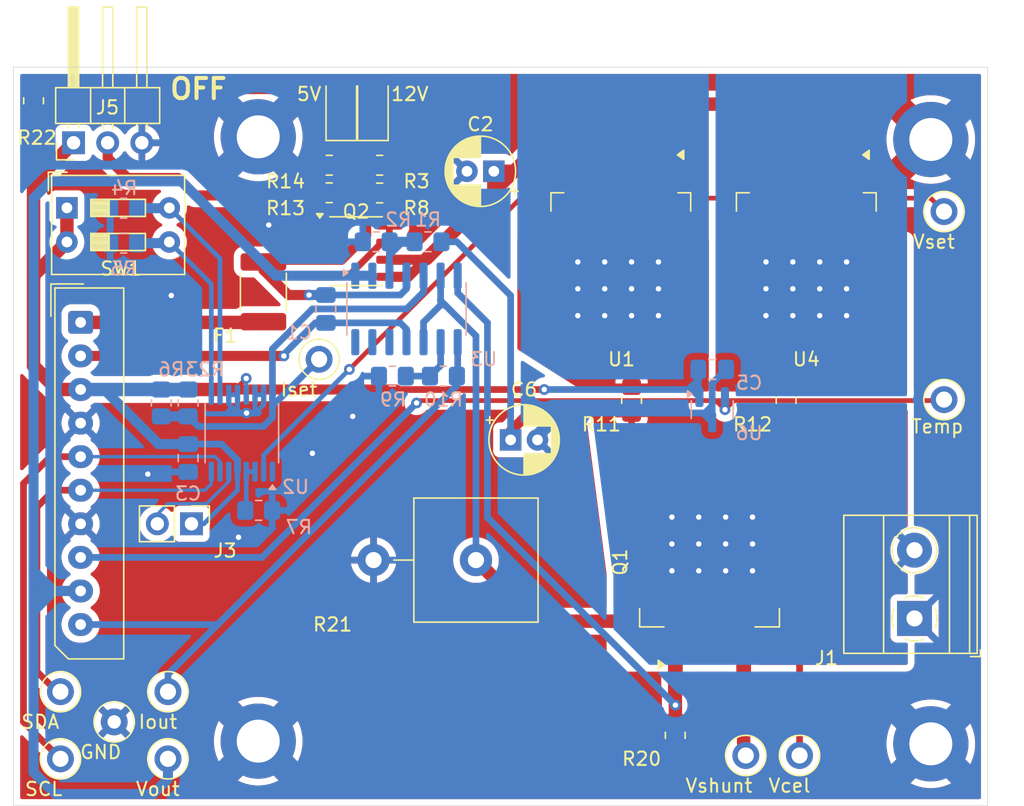
<source format=kicad_pcb>
(kicad_pcb (version 20241229) (generator "pcbnew") (generator_version "9.0")
  (layers (0 "F.Cu" signal) (2 "B.Cu" signal) (13 "F.Paste" user) (15 "B.Paste" user) (5 "F.SilkS" user "F.Silkscreen") (7 "B.SilkS" user "B.Silkscreen") (1 "F.Mask" user) (3 "B.Mask" user) (25 "Edge.Cuts" user))
  (net 0 "")
  (net 1 "-12V")
  (net 2 "+12V")
  (net 3 "GND")
  (net 4 "/VcontrolledOut")
  (net 5 "+5V")
  (net 6 "/vShunt")
  (net 7 "Net-(D1-A)")
  (net 8 "Net-(D2-A)")
  (net 9 "Net-(J2-Pin_1)")
  (net 10 "VoltageController")
  (net 11 "I2C_SDA")
  (net 12 "I2C_SCL")
  (net 13 "CurrentController")
  (net 14 "TempCell")
  (net 15 "Net-(Q1-G)")
  (net 16 "/A1")
  (net 17 "/A0")
  (net 18 "Net-(U2-B1)")
  (net 19 "Net-(U1-SET)")
  (net 20 "Net-(J3-Pin_2)")
  (net 24 "Net-(U2-A2)")
  (net 25 "Net-(R11-Pad1)")
  (net 26 "Net-(R12-Pad1)")
  (net 27 "Net-(Q2B-G)")
  (net 28 "Net-(Q2A-G)")
  (net 29 "Net-(U1-IN)")
  (net 30 "Net-(J5-Pin_2)")
  (net 31 "Net-(U3A-+)")
  (net 32 "Net-(U3C--)")
  (footprint "Package_TO_SOT_SMD:TO-263-5_TabPin3" (layer "F.Cu") (at 98 45.675 -90)
    (property "Reference" "U4")
    (property "Value" "LT3080xQ")
  )
  (footprint "Fuse:Fuse_1812_4532Metric_Pad1.30x3.40mm_HandSolder" (layer "F.Cu") (at 57.6 48.225 -90)
    (property "Reference" "F1")
    (property "Value" "1812L200/12DR")
  )
  (footprint "Capacitor_THT:CP_Radial_D5.0mm_P2.00mm" (layer "F.Cu") (at 75.999999 59.25)
    (property "Reference" "C6")
    (property "Value" "10u")
  )
  (footprint "Resistor_SMD:R_0805_2012Metric_Pad1.20x1.40mm_HandSolder" (layer "F.Cu") (at 62.5 40.85)
    (property "Reference" "R13")
    (property "Value" "1k")
  )
  (footprint "Capacitor_THT:CP_Radial_D5.0mm_P2.00mm" (layer "F.Cu") (at 74.75 39.25 180)
    (property "Reference" "C2")
    (property "Value" "1u")
  )
  (footprint "Resistor_SMD:R_0805_2012Metric_Pad1.20x1.40mm_HandSolder" (layer "F.Cu") (at 40.5 34 -90)
    (property "Reference" "R22")
    (property "Value" "120")
  )
  (footprint "MountingHole:MountingHole_3.2mm_M3_DIN965_Pad" (layer "F.Cu") (at 107.2678 81.8822)
    (property "Reference" "H8" (hide yes))
    (property "Value" "MountingHole_Pad")
  )
  (footprint "TestPoint:TestPoint_Loop_D2.50mm_Drill1.0mm" (layer "F.Cu") (at 97.5 82.75)
    (property "Reference" "Vcel")
    (property "Value" "TestPoint")
  )
  (footprint "TestPoint:TestPoint_Loop_D2.50mm_Drill1.0mm" (layer "F.Cu") (at 108.25 42.25)
    (property "Reference" "Vset")
    (property "Value" "TestPoint")
  )
  (footprint "TestPoint:TestPoint_Loop_D2.50mm_Drill1.0mm" (layer "F.Cu") (at 50.5 83)
    (property "Reference" "Vout")
    (property "Value" "TestPoint")
  )
  (footprint "Resistor_SMD:R_0805_2012Metric_Pad1.20x1.40mm_HandSolder" (layer "F.Cu") (at 88.25 81.25 -90)
    (property "Reference" "R20")
    (property "Value" "10k")
  )
  (footprint "MountingHole:MountingHole_3.2mm_M3_DIN965_Pad" (layer "F.Cu") (at 57.2178 36.6822)
    (property "Reference" "H5" (hide yes))
    (property "Value" "MountingHole_Pad")
  )
  (footprint "TestPoint:TestPoint_Loop_D2.50mm_Drill1.0mm" (layer "F.Cu") (at 46.5 80.25)
    (property "Reference" "GND")
    (property "Value" "TestPoint")
  )
  (footprint "TestPoint:TestPoint_Loop_D2.50mm_Drill1.0mm" (layer "F.Cu") (at 42.5 83)
    (property "Reference" "SCL")
    (property "Value" "TestPoint")
  )
  (footprint "Connector_PinHeader_2.54mm:PinHeader_1x02_P2.54mm_Vertical" (layer "F.Cu") (at 52.25 65.5 -90)
    (property "Reference" "J3")
    (property "Value" "Conn_01x02_Pin")
  )
  (footprint "Resistor_THT:R_Axial_Power_L25.0mm_W9.0mm_P7.62mm_Vertical" (layer "F.Cu") (at 73.42 68.2 180)
    (property "Reference" "R21")
    (property "Value" "0.5")
  )
  (footprint "Package_TO_SOT_SMD:TO-263-2" (layer "F.Cu") (at 90.8 68.35 90)
    (property "Reference" "Q1")
    (property "Value" "IRFS4115")
  )
  (footprint "TestPoint:TestPoint_Loop_D2.50mm_Drill1.0mm" (layer "F.Cu") (at 108.25 56.25)
    (property "Reference" "Temp")
    (property "Value" "TestPoint")
  )
  (footprint "Connector_Molex:Molex_SPOX_5267-10A_1x10_P2.50mm_Vertical" (layer "F.Cu") (at 44 50.5 -90)
    (property "Reference" "J2" (hide yes))
    (property "Value" "Conn_01x10_Pin")
  )
  (footprint "MountingHole:MountingHole_3.2mm_M3_DIN965_Pad" (layer "F.Cu") (at 57.2178 81.6822)
    (property "Reference" "H7" (hide yes))
    (property "Value" "MountingHole_Pad")
  )
  (footprint "TerminalBlock_Phoenix:TerminalBlock_Phoenix_MKDS-1,5-2-5.08_1x02_P5.08mm_Horizontal" (layer "F.Cu") (at 106.055 72.545 90)
    (property "Reference" "J1")
    (property "Value" "Screw_Terminal_01x02")
  )
  (footprint "TestPoint:TestPoint_Loop_D2.50mm_Drill1.0mm" (layer "F.Cu") (at 42.5 78)
    (property "Reference" "SDA")
    (property "Value" "TestPoint")
  )
  (footprint "LED_SMD:LED_1206_3216Metric_Pad1.42x1.75mm_HandSolder" (layer "F.Cu") (at 65.75 34.5 90)
    (property "Reference" "12V")
    (property "Value" "LED")
  )
  (footprint "TestPoint:TestPoint_Loop_D2.50mm_Drill1.0mm" (layer "F.Cu") (at 93.5 82.75)
    (property "Reference" "Vshunt")
    (property "Value" "TestPoint")
  )
  (footprint "Resistor_SMD:R_0805_2012Metric_Pad1.20x1.40mm_HandSolder" (layer "F.Cu") (at 66.25 38.8 180)
    (property "Reference" "R3")
    (property "Value" "390")
  )
  (footprint "TestPoint:TestPoint_Loop_D2.50mm_Drill1.0mm" (layer "F.Cu") (at 61.75 53.25)
    (property "Reference" "Iset")
    (property "Value" "TestPoint")
  )
  (footprint "Connector_PinHeader_2.54mm:PinHeader_1x03_P2.54mm_Horizontal" (layer "F.Cu") (at 43.475 37.125 90)
    (property "Reference" "J5")
    (property "Value" "Conn_01x03_Pin")
  )
  (footprint "Resistor_SMD:R_0805_2012Metric_Pad1.20x1.40mm_HandSolder" (layer "F.Cu") (at 62.5 38.8 180)
    (property "Reference" "R14")
    (property "Value" "10k")
  )
  (footprint "Package_TO_SOT_SMD:TO-263-5_TabPin3" (layer "F.Cu") (at 84.2 45.675 -90)
    (property "Reference" "U1")
    (property "Value" "LT3080xQ")
  )
  (footprint "LED_SMD:LED_1206_3216Metric_Pad1.42x1.75mm_HandSolder" (layer "F.Cu") (at 63.4 34.5 90)
    (property "Reference" "5V")
    (property "Value" "LED")
  )
  (footprint "Button_Switch_THT:SW_DIP_SPSTx02_Slide_9.78x7.26mm_W7.62mm_P2.54mm" (layer "F.Cu") (at 42.9825 41.975)
    (property "Reference" "SW1")
    (property "Value" "BSE02GR")
  )
  (footprint "Resistor_SMD:R_0805_2012Metric_Pad1.20x1.40mm_HandSolder" (layer "F.Cu") (at 85 56.3 -90)
    (property "Reference" "R11")
    (property "Value" "10m")
  )
  (footprint "MountingHole:MountingHole_3.2mm_M3_DIN965_Pad" (layer "F.Cu") (at 107.2678 36.8822)
    (property "Reference" "H6" (hide yes))
    (property "Value" "MountingHole_Pad")
  )
  (footprint "Package_SO:SOIC-8_3.9x4.9mm_P1.27mm" (layer "F.Cu") (at 64.5 45.2)
    (property "Reference" "Q2")
    (property "Value" "FDS4897C")
  )
  (footprint "TestPoint:TestPoint_Loop_D2.50mm_Drill1.0mm" (layer "F.Cu") (at 50.5 78)
    (property "Reference" "Iout")
    (property "Value" "TestPoint")
  )
  (footprint "Resistor_SMD:R_0805_2012Metric_Pad1.20x1.40mm_HandSolder" (layer "F.Cu") (at 66.25 40.865 180)
    (property "Reference" "R8")
    (property "Value" "10k")
  )
  (footprint "Resistor_SMD:R_0805_2012Metric_Pad1.20x1.40mm_HandSolder" (layer "F.Cu") (at 96.5 56.3 -90)
    (property "Reference" "R12")
    (property "Value" "10m")
  )
  (footprint "Resistor_SMD:R_0805_2012Metric_Pad1.20x1.40mm_HandSolder" (layer "B.Cu") (at 52 56.5 90)
    (property "Reference" "R23")
    (property "Value" "1M2")
  )
  (footprint "Resistor_SMD:R_0805_2012Metric_Pad1.20x1.40mm_HandSolder" (layer "B.Cu") (at 50 56.5 90)
    (property "Reference" "R6")
    (property "Value" "1M2")
  )
  (footprint "Package_SO:TSSOP-16_4.4x5mm_P0.65mm" (layer "B.Cu") (at 56 58.75 90)
    (property "Reference" "U2")
    (property "Value" "AD5282")
  )
  (footprint "Resistor_SMD:R_0805_2012Metric_Pad1.20x1.40mm_HandSolder" (layer "B.Cu") (at 66 44.5 180)
    (property "Reference" "R2")
    (property "Value" "2k7")
  )
  (footprint "Capacitor_SMD:C_0805_2012Metric_Pad1.18x1.45mm_HandSolder" (layer "B.Cu") (at 62.25 49.5 -90)
    (property "Reference" "C1")
    (property "Value" "100n")
  )
  (footprint "Capacitor_SMD:C_0805_2012Metric_Pad1.18x1.45mm_HandSolder" (layer "B.Cu") (at 91 54)
    (property "Reference" "C5")
    (property "Value" "100n")
  )
  (footprint "Capacitor_SMD:C_0805_2012Metric_Pad1.18x1.45mm_HandSolder" (layer "B.Cu") (at 52 60.6 -90)
    (property "Reference" "C3")
    (property "Value" "100n")
  )
  (footprint "Resistor_SMD:R_0805_2012Metric_Pad1.20x1.40mm_HandSolder" (layer "B.Cu") (at 69.85 44.5 180)
    (property "Reference" "R1")
    (property "Value" "1k2")
  )
  (footprint "Package_TO_SOT_SMD:SOT-23" (layer "B.Cu") (at 91 57 -90)
    (property "Reference" "U6")
    (property "Value" "MCP9700Ax-ETT")
  )
  (footprint "Resistor_SMD:R_0805_2012Metric_Pad1.20x1.40mm_HandSolder" (layer "B.Cu") (at 71 54.5)
    (property "Reference" "R10")
    (property "Value" "2k2")
  )
  (footprint "Resistor_SMD:R_0805_2012Metric_Pad1.20x1.40mm_HandSolder" (layer "B.Cu") (at 47.2 42)
    (property "Reference" "R4")
    (property "Value" "1k")
  )
  (footprint "Package_SO:SO-14_3.9x8.65mm_P1.27mm" (layer "B.Cu") (at 68.25 49.5 -90)
    (property "Reference" "U3")
    (property "Value" "TL084")
  )
  (footprint "Resistor_SMD:R_0805_2012Metric_Pad1.20x1.40mm_HandSolder" (layer "B.Cu") (at 67.2 54.5 180)
    (property "Reference" "R9")
    (property "Value" "1k")
  )
  (footprint "Resistor_SMD:R_0805_2012Metric_Pad1.20x1.40mm_HandSolder" (layer "B.Cu") (at 57.25 64.5 180)
    (property "Reference" "R7")
    (property "Value" "39k")
  )
  (footprint "Resistor_SMD:R_0805_2012Metric_Pad1.20x1.40mm_HandSolder" (layer "B.Cu") (at 47.2 44.6)
    (property "Reference" "R5")
    (property "Value" "1k")
  )
  (gr_rect (start 39 31.5) (end 111.5 86.5) (stroke (width 0.05)) (fill no) (layer "Edge.Cuts"))
  (gr_text "OFF" (at 50.5 34 0) (layer "F.SilkS") (effects (font (size 1.5 1.5) (thickness 0.3) (bold yes)) (justify left bottom)))
  (segment (start 59.125 53) (end 44 53) (width 0.75) (layer "F.Cu") (net 1))
  (via (at 59.125 53) (size 0.8) (drill 0.4) (layers "F.Cu" "B.Cu") (net 1))
  (segment (start 62.25 50.5375) (end 61.4625 50.5375) (width 0.5) (layer "B.Cu") (net 1))
  (segment (start 59.125 53) (end 59.125 52.875) (width 0.5) (layer "B.Cu") (net 1))
  (segment (start 68.25 51.000001) (end 68.25 51.975) (width 0.5) (layer "B.Cu") (net 1))
  (segment (start 62.25 50.5375) (end 67.787499 50.5375) (width 0.5) (layer "B.Cu") (net 1))
  (segment (start 59.125 52.875) (end 61.4625 50.5375) (width 0.5) (layer "B.Cu") (net 1))
  (segment (start 67.787499 50.5375) (end 68.25 51.000001) (width 0.5) (layer "B.Cu") (net 1))
  (segment (start 62.025 45.835) (end 63.415 45.835) (width 0.75) (layer "F.Cu") (net 2))
  (segment (start 57.6 46.6) (end 57.6 46) (width 0.75) (layer "F.Cu") (net 2))
  (segment (start 62.025 45.835) (end 57.765 45.835) (width 0.75) (layer "F.Cu") (net 2))
  (segment (start 63.415 45.835) (end 65.25 44) (width 0.75) (layer "F.Cu") (net 2))
  (segment (start 65.25 44) (end 65.25 41.065) (width 0.75) (layer "F.Cu") (net 2))
  (segment (start 65.25 41.065) (end 65.25 39) (width 0.75) (layer "F.Cu") (net 2))
  (segment (start 59.4625 48.4625) (end 57.6 46.6) (width 0.75) (layer "F.Cu") (net 2))
  (segment (start 61 48.4625) (end 59.4625 48.4625) (width 0.75) (layer "F.Cu") (net 2))
  (segment (start 57.765 45.835) (end 57.6 46) (width 0.75) (layer "F.Cu") (net 2))
  (via (at 61 48.4625) (size 0.8) (drill 0.4) (layers "F.Cu" "B.Cu") (net 2))
  (segment (start 67.787499 48.4625) (end 68.25 47.999999) (width 0.5) (layer "B.Cu") (net 2))
  (segment (start 68.25 47.999999) (end 68.25 47.025) (width 0.5) (layer "B.Cu") (net 2))
  (segment (start 61 48.4625) (end 62.25 48.4625) (width 0.75) (layer "B.Cu") (net 2))
  (segment (start 62.25 48.4625) (end 67.787499 48.4625) (width 0.5) (layer "B.Cu") (net 2))
  (via (at 49 61.8) (size 0.8) (drill 0.4) (layers "F.Cu" "B.Cu") (net 3))
  (via (at 55.75 66.5) (size 0.8) (drill 0.4) (layers "F.Cu" "B.Cu") (net 3))
  (via (at 50.75 48.5) (size 0.8) (drill 0.4) (layers "F.Cu" "B.Cu") (net 3))
  (via (at 58 43.25) (size 0.8) (drill 0.4) (layers "F.Cu" "B.Cu") (net 3))
  (via (at 64.25 57.5) (size 0.8) (drill 0.4) (layers "F.Cu" "B.Cu") (net 3))
  (via (at 61.25 60.25) (size 0.8) (drill 0.4) (layers "F.Cu" "B.Cu") (net 3))
  (via (at 56.35 57.25) (size 0.8) (drill 0.4) (layers "F.Cu" "B.Cu") (net 3))
  (segment (start 55.025 56.575001) (end 55.025 55.8875) (width 0.35) (layer "B.Cu") (net 3))
  (segment (start 56.975 55.8875) (end 57.625 55.8875) (width 0.35) (layer "B.Cu") (net 3))
  (segment (start 56.975 57.225) (end 57 57.25) (width 0.35) (layer "B.Cu") (net 3))
  (segment (start 55.675 55.8875) (end 55.025 55.8875) (width 0.35) (layer "B.Cu") (net 3))
  (segment (start 91 55.0375) (end 91 56.5) (width 0.5) (layer "B.Cu") (net 3))
  (segment (start 78 58.6) (end 78 59.25) (width 0.5) (layer "B.Cu") (net 3))
  (segment (start 55.675 57.225001) (end 55.025 56.575001) (width 0.35) (layer "B.Cu") (net 3))
  (segment (start 92.0375 54) (end 91 55.0375) (width 0.5) (layer "B.Cu") (net 3))
  (segment (start 56.35 57.25) (end 55.699999 57.25) (width 0.5) (layer "B.Cu") (net 3))
  (segment (start 55.699999 57.25) (end 55.675 57.225001) (width 0.35) (layer "B.Cu") (net 3))
  (segment (start 55.675 57.225001) (end 55.675 55.8875) (width 0.35) (layer "B.Cu") (net 3))
  (segment (start 90 57.25) (end 79.35 57.25) (width 0.5) (layer "B.Cu") (net 3))
  (segment (start 91 56.5) (end 91 57.9375) (width 0.5) (layer "B.Cu") (net 3))
  (segment (start 90.3125 57.25) (end 90 57.25) (width 0.5) (layer "B.Cu") (net 3))
  (segment (start 57 57.25) (end 57.625 56.625) (width 0.35) (layer "B.Cu") (net 3))
  (segment (start 90.452684 57.25) (end 90 57.25) (width 0.5) (layer "B.Cu") (net 3))
  (segment (start 91 56.702684) (end 90.452684 57.25) (width 0.5) (layer "B.Cu") (net 3))
  (segment (start 56.975 55.8875) (end 56.975 57.225) (width 0.35) (layer "B.Cu") (net 3))
  (segment (start 91 56.5) (end 91 56.702684) (width 0.5) (layer "B.Cu") (net 3))
  (segment (start 79.35 57.25) (end 78 58.6) (width 0.5) (layer "B.Cu") (net 3))
  (segment (start 56.35 57.25) (end 57 57.25) (width 0.5) (layer "B.Cu") (net 3))
  (segment (start 57.625 56.625) (end 57.625 55.8875) (width 0.35) (layer "B.Cu") (net 3))
  (segment (start 91 57.9375) (end 90.3125 57.25) (width 0.5) (layer "B.Cu") (net 3))
  (segment (start 77.4 57.2) (end 75.999999 58.600001) (width 0.75) (layer "F.Cu") (net 4))
  (segment (start 97.5 73.2) (end 93.575 69.275) (width 0.5) (layer "F.Cu") (net 4))
  (segment (start 97.5 82.75) (end 97.5 73.2) (width 0.5) (layer "F.Cu") (net 4))
  (segment (start 85 57.2) (end 77.4 57.2) (width 0.75) (layer "F.Cu") (net 4))
  (segment (start 75.999999 58.600001) (end 75.999999 59.25) (width 0.75) (layer "F.Cu") (net 4))
  (via (at 92 65) (size 0.8) (drill 0.4) (layers "F.Cu" "B.Cu") (net 4))
  (via (at 90 67) (size 0.8) (drill 0.4) (layers "F.Cu" "B.Cu") (net 4))
  (via (at 94 65) (size 0.8) (drill 0.4) (layers "F.Cu" "B.Cu") (net 4))
  (via (at 90 69) (size 0.8) (drill 0.4) (layers "F.Cu" "B.Cu") (net 4))
  (via (at 90 65) (size 0.8) (drill 0.4) (layers "F.Cu" "B.Cu") (net 4))
  (via (at 88 67) (size 0.8) (drill 0.4) (layers "F.Cu" "B.Cu") (net 4))
  (via (at 94 69) (size 0.8) (drill 0.4) (layers "F.Cu" "B.Cu") (net 4))
  (via (at 92 67) (size 0.8) (drill 0.4) (layers "F.Cu" "B.Cu") (net 4))
  (via (at 88 69) (size 0.8) (drill 0.4) (layers "F.Cu" "B.Cu") (net 4))
  (via (at 88 65) (size 0.8) (drill 0.4) (layers "F.Cu" "B.Cu") (net 4))
  (via (at 92 69) (size 0.8) (drill 0.4) (layers "F.Cu" "B.Cu") (net 4))
  (via (at 94 67) (size 0.8) (drill 0.4) (layers "F.Cu" "B.Cu") (net 4))
  (segment (start 72 44.5) (end 70.85 44.5) (width 0.5) (layer "B.Cu") (net 4))
  (segment (start 75.999999 48.499999) (end 75.75 48.25) (width 0.5) (layer "B.Cu") (net 4))
  (segment (start 75.75 48.25) (end 72 44.5) (width 0.5) (layer "B.Cu") (net 4))
  (segment (start 75.999999 59.25) (end 75.999999 48.499999) (width 0.5) (layer "B.Cu") (net 4))
  (segment (start 40.5 53.75) (end 40.5 47.25) (width 1) (layer "F.Cu") (net 5))
  (segment (start 44 55.5) (end 54.25 55.5) (width 1) (layer "F.Cu") (net 5))
  (segment (start 43.475 37.125) (end 40.5 40.1) (width 1) (layer "F.Cu") (net 5))
  (segment (start 67.5 55.5) (end 77.25 55.5) (width 0.5) (layer "F.Cu") (net 5))
  (segment (start 40.5 47.25) (end 40.5 41) (width 1) (layer "F.Cu") (net 5))
  (segment (start 43.475 37.125) (end 43.475 36.525) (width 0.25) (layer "F.Cu") (net 5))
  (segment (start 40.5 41) (end 40.5 35) (width 1) (layer "F.Cu") (net 5))
  (segment (start 42.9825 41.975) (end 42.9825 44.515) (width 1) (layer "F.Cu") (net 5))
  (segment (start 54.25 55.5) (end 55.5 55.5) (width 1) (layer "F.Cu") (net 5))
  (segment (start 56.325 54.675) (end 55.5 55.5) (width 0.35) (layer "F.Cu") (net 5))
  (segment (start 40.5 40.1) (end 40.5 41) (width 0.5) (layer "F.Cu") (net 5))
  (segment (start 40.5 46.9975) (end 40.5 47.25) (width 0.5) (layer "F.Cu") (net 5))
  (segment (start 42.25 55.5) (end 40.5 53.75) (width 1) (layer "F.Cu") (net 5))
  (segment (start 77.25 55.5) (end 78.5 55.5) (width 0.5) (layer "F.Cu") (net 5))
  (segment (start 44 55.5) (end 42.25 55.5) (width 1) (layer "F.Cu") (net 5))
  (segment (start 42.9825 44.515) (end 40.5 46.9975) (width 1) (layer "F.Cu") (net 5))
  (segment (start 55.5 55.5) (end 67.5 55.5) (width 0.75) (layer "F.Cu") (net 5))
  (via (at 78.5 55.5) (size 0.8) (drill 0.4) (layers "F.Cu" "B.Cu") (net 5))
  (via (at 56.325 54.675) (size 0.8) (drill 0.4) (layers "F.Cu" "B.Cu") (net 5))
  (segment (start 89.9625 54.775) (end 89.9625 54) (width 0.5) (layer "B.Cu") (net 5))
  (segment (start 90.05 56.0625) (end 89.3625 55.375) (width 0.5) (layer "B.Cu") (net 5))
  (segment (start 49.8125 59.5625) (end 52 59.5625) (width 0.75) (layer "B.Cu") (net 5))
  (segment (start 55.675 61.6125) (end 55.675 63) (width 0.35) (layer "B.Cu") (net 5))
  (segment (start 54.493088 59.5625) (end 55.675 60.744412) (width 0.5) (layer "B.Cu") (net 5))
  (segment (start 89.9625 54) (end 89.9625 55.975) (width 0.5) (layer "B.Cu") (net 5))
  (segment (start 52 59.5625) (end 54.493088 59.5625) (width 0.5) (layer "B.Cu") (net 5))
  (segment (start 45.75 55.5) (end 49.8125 59.5625) (width 0.75) (layer "B.Cu") (net 5))
  (segment (start 44 55.5) (end 45.75 55.5) (width 1) (layer "B.Cu") (net 5))
  (segment (start 53.175 65.5) (end 52.25 65.5) (width 0.35) (layer "B.Cu") (net 5))
  (segment (start 89.2375 55.5) (end 89.3625 55.375) (width 0.5) (layer "B.Cu") (net 5))
  (segment (start 55.675 63) (end 53.175 65.5) (width 0.35) (layer "B.Cu") (net 5))
  (segment (start 45.75 55.5) (end 52 55.5) (width 1) (layer "B.Cu") (net 5))
  (segment (start 89.9625 55.975) (end 90.05 56.0625) (width 0.5) (layer "B.Cu") (net 5))
  (segment (start 89.3625 55.375) (end 89.9625 54.775) (width 0.5) (layer "B.Cu") (net 5))
  (segment (start 55.675 61.6125) (end 55.675 60.744412) (width 0.5) (layer "B.Cu") (net 5))
  (segment (start 78.5 55.5) (end 89.2375 55.5) (width 0.5) (layer "B.Cu") (net 5))
  (segment (start 56.325 55.8875) (end 56.325 54.675) (width 0.25) (layer "B.Cu") (net 5))
  (segment (start 80.91 72.75) (end 83.5 72.75) (width 1) (layer "F.Cu") (net 6))
  (segment (start 93.34 76) (end 93.34 81.84) (width 1) (layer "F.Cu") (net 6))
  (segment (start 83.5 72.75) (end 92.5 72.75) (width 1) (layer "F.Cu") (net 6))
  (segment (start 77.97 72.75) (end 73.42 68.2) (width 1) (layer "F.Cu") (net 6))
  (segment (start 92.5 72.75) (end 93.34 73.59) (width 1) (layer "F.Cu") (net 6))
  (segment (start 80.91 72.75) (end 77.97 72.75) (width 1) (layer "F.Cu") (net 6))
  (segment (start 93.34 73.59) (end 93.34 76) (width 1) (layer "F.Cu") (net 6))
  (segment (start 70.79 49.21) (end 71.122684 49.21) (width 0.5) (layer "B.Cu") (net 6))
  (segment (start 70.79 49.21) (end 70.79 48.8) (width 0.5) (layer "B.Cu") (net 6))
  (segment (start 70.79 48.8) (end 70.79 47.025) (width 0.5) (layer "B.Cu") (net 6))
  (segment (start 71.122684 49.21) (end 73.356342 51.443658) (width 0.5) (layer "B.Cu") (net 6))
  (segment (start 69.52 50.48) (end 70.79 49.21) (width 0.5) (layer "B.Cu") (net 6))
  (segment (start 73.42 68.2) (end 73.42 51.507316) (width 0.5) (layer "B.Cu") (net 6))
  (segment (start 70.79 48.8) (end 70.79 48.877316) (width 0.5) (layer "B.Cu") (net 6))
  (segment (start 73.42 51.507316) (end 73.356342 51.443658) (width 0.5) (layer "B.Cu") (net 6))
  (segment (start 70.79 48.877316) (end 71.122684 49.21) (width 0.5) (layer "B.Cu") (net 6))
  (segment (start 69.52 51.975) (end 69.52 50.48) (width 0.5) (layer "B.Cu") (net 6))
  (segment (start 67.325 34.5875) (end 67.325 35.0875) (width 0.75) (layer "F.Cu") (net 7))
  (segment (start 65.75 33.0125) (end 67.325 34.5875) (width 0.75) (layer "F.Cu") (net 7))
  (segment (start 67.25 39) (end 67.325 38.925) (width 0.75) (layer "F.Cu") (net 7))
  (segment (start 67.325 38.925) (end 67.325 35.0875) (width 0.75) (layer "F.Cu") (net 7))
  (segment (start 63.3875 33) (end 63.4 33.0125) (width 1) (layer "F.Cu") (net 8))
  (segment (start 40.5 33) (end 63.3875 33) (width 1) (layer "F.Cu") (net 8))
  (segment (start 57.55 50.5) (end 57.6 50.45) (width 1) (layer "F.Cu") (net 9))
  (segment (start 44 50.5) (end 57.55 50.5) (width 1) (layer "F.Cu") (net 9))
  (segment (start 51.5 40) (end 41.75 40) (width 0.75) (layer "B.Cu") (net 10))
  (segment (start 40.5 72) (end 40.5 72.5) (width 0.75) (layer "B.Cu") (net 10))
  (segment (start 42 70.5) (end 44 70.5) (width 0.75) (layer "B.Cu") (net 10))
  (segment (start 50.5 83) (end 50.5 84.5) (width 0.75) (layer "B.Cu") (net 10))
  (segment (start 44 70.5) (end 41.75 70.5) (width 0.75) (layer "B.Cu") (net 10))
  (segment (start 40.5 72.5) (end 40.5 71.75) (width 0.75) (layer "B.Cu") (net 10))
  (segment (start 41.75 40) (end 40.5 41.25) (width 0.75) (layer "B.Cu") (net 10))
  (segment (start 42.125 85.625) (end 40.5 84) (width 0.75) (layer "B.Cu") (net 10))
  (segment (start 49.375 85.625) (end 42.125 85.625) (width 0.75) (layer "B.Cu") (net 10))
  (segment (start 41.25 71) (end 40.5 71.75) (width 0.75) (layer "B.Cu") (net 10))
  (segment (start 64.44 47.025) (end 58.525 47.025) (width 0.75) (layer "B.Cu") (net 10))
  (segment (start 41.25 69.75) (end 41.25 71) (width 0.75) (layer "B.Cu") (net 10))
  (segment (start 58.525 47.025) (end 51.5 40) (width 0.75) (layer "B.Cu") (net 10))
  (segment (start 40.5 41.25) (end 40.5 69) (width 0.75) (layer "B.Cu") (net 10))
  (segment (start 41.75 70.5) (end 41.25 71) (width 0.75) (layer "B.Cu") (net 10))
  (segment (start 65.71 47.025) (end 64.44 47.025) (width 0.75) (layer "B.Cu") (net 10))
  (segment (start 50.5 84.5) (end 49.375 85.625) (width 0.75) (layer "B.Cu") (net 10))
  (segment (start 40.5 71.75) (end 40.5 69) (width 0.75) (layer "B.Cu") (net 10))
  (segment (start 40.5 69) (end 41.25 69.75) (width 0.75) (layer "B.Cu") (net 10))
  (segment (start 42 70.5) (end 40.5 72) (width 0.75) (layer "B.Cu") (net 10))
  (segment (start 40.5 84) (end 40.5 72.5) (width 0.75) (layer "B.Cu") (net 10))
  (segment (start 41.25 69.75) (end 42 70.5) (width 0.75) (layer "B.Cu") (net 10))
  (segment (start 43.25 78) (end 42.25 78) (width 0.5) (layer "F.Cu") (net 11))
  (segment (start 42 63) (end 44 63) (width 0.5) (layer "F.Cu") (net 11))
  (segment (start 42.25 78) (end 40.75 76.5) (width 0.5) (layer "F.Cu") (net 11))
  (segment (start 40.75 64.25) (end 42 63) (width 0.5) (layer "F.Cu") (net 11))
  (segment (start 40.75 76.5) (end 40.75 64.25) (width 0.5) (layer "F.Cu") (net 11))
  (segment (start 53.25 63) (end 53.725 62.525) (width 0.25) (layer "B.Cu") (net 11))
  (segment (start 44 63) (end 53.25 63) (width 0.25) (layer "B.Cu") (net 11))
  (segment (start 53.725 62.525) (end 53.725 61.6125) (width 0.25) (layer "B.Cu") (net 11))
  (segment (start 42.5 83) (end 39.75 80.25) (width 0.5) (layer "F.Cu") (net 12))
  (segment (start 41.75 60.5) (end 44 60.5) (width 0.5) (layer "F.Cu") (net 12))
  (segment (start 43.25 83) (end 41.75 83) (width 0.5) (layer "F.Cu") (net 12))
  (segment (start 39.75 80.25) (end 39.75 79.5) (width 0.5) (layer "F.Cu") (net 12))
  (segment (start 39.75 62.5) (end 41.75 60.5) (width 0.5) (layer "F.Cu") (net 12))
  (segment (start 39.75 79.5) (end 39.75 62.5) (width 0.5) (layer "F.Cu") (net 12))
  (segment (start 54.375 61.6125) (end 54.375 60.875001) (width 0.25) (layer "B.Cu") (net 12))
  (segment (start 54.375 60.875001) (end 53.999999 60.5) (width 0.25) (layer "B.Cu") (net 12))
  (segment (start 53.999999 60.5) (end 44 60.5) (width 0.25) (layer "B.Cu") (net 12))
  (segment (start 72.06 51.975) (end 72.06 54.44) (width 0.5) (layer "B.Cu") (net 13))
  (segment (start 50.5 78) (end 50.5 76.7) (width 0.5) (layer "B.Cu") (net 13))
  (segment (start 54.2 73) (end 44 73) (width 0.5) (layer "B.Cu") (net 13))
  (segment (start 72.06 54.44) (end 72 54.5) (width 0.5) (layer "B.Cu") (net 13))
  (segment (start 72 55.2) (end 54.2 73) (width 0.5) (layer "B.Cu") (net 13))
  (segment (start 50.5 76.7) (end 54.2 73) (width 0.5) (layer "B.Cu") (net 13))
  (segment (start 72 54.5) (end 72 55.2) (width 0.5) (layer "B.Cu") (net 13))
  (segment (start 91.275 56.325) (end 92.625 56.325) (width 0.35) (layer "F.Cu") (net 14))
  (segment (start 91.275 56.325) (end 69.175 56.325) (width 0.35) (layer "F.Cu") (net 14))
  (segment (start 108.25 56) (end 107.925 56.325) (width 0.35) (layer "F.Cu") (net 14))
  (segment (start 107.925 56.325) (end 92.625 56.325) (width 0.35) (layer "F.Cu") (net 14))
  (segment (start 91.95 57) (end 91.275 56.325) (width 0.35) (layer "F.Cu") (net 14))
  (segment (start 69.175 56.325) (end 69 56.5) (width 0.35) (layer "F.Cu") (net 14))
  (segment (start 92.625 56.325) (end 91.95 57) (width 0.35) (layer "F.Cu") (net 14))
  (via (at 69 56.5) (size 0.8) (drill 0.4) (layers "F.Cu" "B.Cu") (net 14))
  (via (at 91.95 57) (size 0.8) (drill 0.4) (layers "F.Cu" "B.Cu") (net 14))
  (segment (start 44 68) (end 57.5 68) (width 0.5) (layer "B.Cu") (net 14))
  (segment (start 57.5 68) (end 69 56.5) (width 0.5) (layer "B.Cu") (net 14))
  (segment (start 91.95 56.0625) (end 91.95 57) (width 0.35) (layer "B.Cu") (net 14))
  (segment (start 88.26 80.24) (end 88.25 80.25) (width 1) (layer "F.Cu") (net 15))
  (segment (start 88.26 76) (end 88.26 80.24) (width 1) (layer "F.Cu") (net 15))
  (via (at 88.26 79) (size 0.8) (drill 0.4) (layers "F.Cu" "B.Cu") (net 15))
  (segment (start 88.25 79) (end 74.275 65.025) (width 0.5) (layer "B.Cu") (net 15))
  (segment (start 72.06 48.31) (end 72.06 47.025) (width 0.5) (layer "B.Cu") (net 15))
  (segment (start 74.275 65.025) (end 74.275 50.525) (width 0.5) (layer "B.Cu") (net 15))
  (segment (start 88.26 79) (end 88.25 79) (width 0.5) (layer "B.Cu") (net 15))
  (segment (start 74.275 50.525) (end 72.06 48.31) (width 0.5) (layer "B.Cu") (net 15))
  (segment (start 54.375 45.7475) (end 50.6025 41.975) (width 0.35) (layer "B.Cu") (net 16))
  (segment (start 48.2 42) (end 50.5775 42) (width 0.75) (layer "B.Cu") (net 16))
  (segment (start 50.5775 42) (end 50.6025 41.975) (width 0.75) (layer "B.Cu") (net 16))
  (segment (start 54.375 55.8875) (end 54.375 45.7475) (width 0.35) (layer "B.Cu") (net 16))
  (segment (start 53.725 47.6375) (end 50.6025 44.515) (width 0.35) (layer "B.Cu") (net 17))
  (segment (start 50.5175 44.6) (end 50.6025 44.515) (width 0.75) (layer "B.Cu") (net 17))
  (segment (start 48.2 44.6) (end 50.5175 44.6) (width 0.75) (layer "B.Cu") (net 17))
  (segment (start 53.725 55.8875) (end 53.725 47.6375) (width 0.35) (layer "B.Cu") (net 17))
  (segment (start 56.325 61.6125) (end 56.975 61.6125) (width 0.35) (layer "B.Cu") (net 18))
  (segment (start 56.325 64.675) (end 56.25 64.75) (width 0.35) (layer "B.Cu") (net 18))
  (segment (start 56.325 61.6125) (end 56.325 64.675) (width 0.35) (layer "B.Cu") (net 18))
  (segment (start 85.9 40.325) (end 85.9 38.025) (width 0.35) (layer "F.Cu") (net 19))
  (segment (start 107.25 41.25) (end 108.25 42.25) (width 0.35) (layer "F.Cu") (net 19))
  (segment (start 98.775 41.25) (end 99.7 40.325) (width 0.35) (layer "F.Cu") (net 19))
  (segment (start 98.775 41.25) (end 107.25 41.25) (width 0.35) (layer "F.Cu") (net 19))
  (segment (start 64.875 53.125) (end 76.75 41.25) (width 0.35) (layer "F.Cu") (net 19))
  (segment (start 84.975 41.25) (end 98.775 41.25) (width 0.35) (layer "F.Cu") (net 19))
  (segment (start 64.875 53.125) (end 64 54) (width 0.35) (layer "F.Cu") (net 19))
  (segment (start 76.75 41.25) (end 84.975 41.25) (width 0.35) (layer "F.Cu") (net 19))
  (segment (start 84.975 41.25) (end 85.9 40.325) (width 0.35) (layer "F.Cu") (net 19))
  (segment (start 99.7 40.325) (end 99.7 38.025) (width 0.35) (layer "F.Cu") (net 19))
  (via (at 64 54) (size 0.8) (drill 0.4) (layers "F.Cu" "B.Cu") (net 19))
  (segment (start 64 54) (end 57.625 60.375) (width 0.35) (layer "B.Cu") (net 19))
  (segment (start 57.625 60.375) (end 57.625 61.6125) (width 0.35) (layer "B.Cu") (net 19))
  (segment (start 55.025 62.349999) (end 53.374999 64) (width 0.25) (layer "B.Cu") (net 20))
  (segment (start 55.025 61.6125) (end 55.025 62.349999) (width 0.25) (layer "B.Cu") (net 20))
  (segment (start 49.71 64.79) (end 49.71 65.5) (width 0.25) (layer "B.Cu") (net 20))
  (segment (start 53.374999 64) (end 50.5 64) (width 0.25) (layer "B.Cu") (net 20))
  (segment (start 50.5 64) (end 49.71 64.79) (width 0.25) (layer "B.Cu") (net 20))
  (segment (start 61.25 49.5) (end 68.25 49.5) (width 0.5) (layer "B.Cu") (net 24))
  (segment (start 68.25 49.5) (end 69.52 48.23) (width 0.5) (layer "B.Cu") (net 24))
  (segment (start 69.52 48.23) (end 69.52 47.025) (width 0.5) (layer "B.Cu") (net 24))
  (segment (start 58.275 57.575) (end 57.6 58.25) (width 0.5) (layer "B.Cu") (net 24))
  (segment (start 52.75 58.25) (end 52 57.5) (width 0.5) (layer "B.Cu") (net 24))
  (segment (start 58.275 55.8875) (end 58.275 57.575) (width 0.5) (layer "B.Cu") (net 24))
  (segment (start 58.275 57.575) (end 58.275 56.725) (width 0.5) (layer "B.Cu") (net 24))
  (segment (start 57.6 58.25) (end 52.75 58.25) (width 0.5) (layer "B.Cu") (net 24))
  (segment (start 58.275 56.725) (end 61.75 53.25) (width 0.5) (layer "B.Cu") (net 24))
  (segment (start 50 57.5) (end 52 57.5) (width 0.75) (layer "B.Cu") (net 24))
  (segment (start 58.275 55.8875) (end 58.275 52.475) (width 0.5) (layer "B.Cu") (net 24))
  (segment (start 58.275 52.475) (end 61.25 49.5) (width 0.5) (layer "B.Cu") (net 24))
  (via (at 87 46) (size 0.8) (drill 0.4) (layers "F.Cu" "B.Cu") (net 25))
  (via (at 85 48) (size 0.8) (drill 0.4) (layers "F.Cu" "B.Cu") (net 25))
  (via (at 83 46) (size 0.8) (drill 0.4) (layers "F.Cu" "B.Cu") (net 25))
  (via (at 87 50) (size 0.8) (drill 0.4) (layers "F.Cu" "B.Cu") (net 25))
  (via (at 81 46) (size 0.8) (drill 0.4) (layers "F.Cu" "B.Cu") (net 25))
  (via (at 85 46) (size 0.8) (drill 0.4) (layers "F.Cu" "B.Cu") (net 25))
  (via (at 81 50) (size 0.8) (drill 0.4) (layers "F.Cu" "B.Cu") (net 25))
  (via (at 83 50) (size 0.8) (drill 0.4) (layers "F.Cu" "B.Cu") (net 25))
  (via (at 83 48) (size 0.8) (drill 0.4) (layers "F.Cu" "B.Cu") (net 25))
  (via (at 81 48) (size 0.8) (drill 0.4) (layers "F.Cu" "B.Cu") (net 25))
  (via (at 85 50) (size 0.8) (drill 0.4) (layers "F.Cu" "B.Cu") (net 25))
  (via (at 87 48) (size 0.8) (drill 0.4) (layers "F.Cu" "B.Cu") (net 25))
  (via (at 101 50) (size 0.8) (drill 0.4) (layers "F.Cu" "B.Cu") (net 26))
  (via (at 97 48) (size 0.8) (drill 0.4) (layers "F.Cu" "B.Cu") (net 26))
  (via (at 97 46) (size 0.8) (drill 0.4) (layers "F.Cu" "B.Cu") (net 26))
  (via (at 95 46) (size 0.8) (drill 0.4) (layers "F.Cu" "B.Cu") (net 26))
  (via (at 101 48) (size 0.8) (drill 0.4) (layers "F.Cu" "B.Cu") (net 26))
  (via (at 97 50) (size 0.8) (drill 0.4) (layers "F.Cu" "B.Cu") (net 26))
  (via (at 101 46) (size 0.8) (drill 0.4) (layers "F.Cu" "B.Cu") (net 26))
  (via (at 95 48) (size 0.8) (drill 0.4) (layers "F.Cu" "B.Cu") (net 26))
  (via (at 99 48) (size 0.8) (drill 0.4) (layers "F.Cu" "B.Cu") (net 26))
  (via (at 99 46) (size 0.8) (drill 0.4) (layers "F.Cu" "B.Cu") (net 26))
  (via (at 99 50) (size 0.8) (drill 0.4) (layers "F.Cu" "B.Cu") (net 26))
  (via (at 95 50) (size 0.8) (drill 0.4) (layers "F.Cu" "B.Cu") (net 26))
  (segment (start 62.025 47.105) (end 63.877316 47.105) (width 0.5) (layer "F.Cu") (net 27))
  (segment (start 66.116158 44.866158) (end 66.417316 44.565) (width 0.5) (layer "F.Cu") (net 27))
  (segment (start 63.877316 47.105) (end 66.116158 44.866158) (width 0.5) (layer "F.Cu") (net 27))
  (segment (start 67.25 41.065) (end 67.25 43.02) (width 0.5) (layer "F.Cu") (net 27))
  (segment (start 66.975 43.295) (end 66.975 44.007316) (width 0.5) (layer "F.Cu") (net 27))
  (segment (start 66.975 44.007316) (end 66.116158 44.866158) (width 0.5) (layer "F.Cu") (net 27))
  (segment (start 67.25 43.02) (end 66.975 43.295) (width 0.5) (layer "F.Cu") (net 27))
  (segment (start 66.417316 44.565) (end 66.975 44.565) (width 0.5) (layer "F.Cu") (net 27))
  (segment (start 63.5 38.8) (end 63.5 40.85) (width 0.75) (layer "F.Cu") (net 28))
  (segment (start 62.025 44.565) (end 62.999999 44.565) (width 0.5) (layer "F.Cu") (net 28))
  (segment (start 62.999999 44.565) (end 63.5 44.064999) (width 0.5) (layer "F.Cu") (net 28))
  (segment (start 63.5 44.064999) (end 63.5 40.85) (width 0.5) (layer "F.Cu") (net 28))
  (segment (start 81.25 34.25) (end 82.5 35.5) (width 1) (layer "F.Cu") (net 29))
  (segment (start 80.8 34.7) (end 80.8 38.025) (width 1) (layer "F.Cu") (net 29))
  (segment (start 81.25 34.25) (end 93.5 34.25) (width 1) (layer "F.Cu") (net 29))
  (segment (start 93.5 34.25) (end 94.5 34.25) (width 1) (layer "F.Cu") (net 29))
  (segment (start 74.75 39.25) (end 76.25 39.25) (width 1) (layer "F.Cu") (net 29))
  (segment (start 80.875 34.625) (end 81.25 34.25) (width 1) (layer "F.Cu") (net 29))
  (segment (start 82.5 35.5) (end 82.5 38.025) (width 1) (layer "F.Cu") (net 29))
  (segment (start 76.25 39.25) (end 76.875 38.625) (width 1) (layer "F.Cu") (net 29))
  (segment (start 96.3 38.025) (end 96.3 35.55) (width 1) (layer "F.Cu") (net 29))
  (segment (start 95 34.25) (end 94.5 34.25) (width 1) (layer "F.Cu") (net 29))
  (segment (start 96.3 35.55) (end 95 34.25) (width 1) (layer "F.Cu") (net 29))
  (segment (start 73.875 41.625) (end 76.875 38.625) (width 1) (layer "F.Cu") (net 29))
  (segment (start 94.6 35.35) (end 94.6 38.025) (width 1) (layer "F.Cu") (net 29))
  (segment (start 80.875 34.625) (end 80.8 34.7) (width 1) (layer "F.Cu") (net 29))
  (segment (start 72.125 43.375) (end 73.875 41.625) (width 1) (layer "F.Cu") (net 29))
  (segment (start 69.665 45.835) (end 69.75 45.75) (width 0.75) (layer "F.Cu") (net 29))
  (segment (start 68.395 47.105) (end 69.75 45.75) (width 0.75) (layer "F.Cu") (net 29))
  (segment (start 69.75 45.75) (end 72.125 43.375) (width 1) (layer "F.Cu") (net 29))
  (segment (start 79.875 35.625) (end 80.875 34.625) (width 1) (layer "F.Cu") (net 29))
  (segment (start 76.875 38.625) (end 79.875 35.625) (width 1) (layer "F.Cu") (net 29))
  (segment (start 66.975 45.835) (end 69.665 45.835) (width 0.75) (layer "F.Cu") (net 29))
  (segment (start 74.75 40.75) (end 74.75 39.25) (width 1) (layer "F.Cu") (net 29))
  (segment (start 66.975 47.105) (end 68.395 47.105) (width 0.75) (layer "F.Cu") (net 29))
  (segment (start 73.875 41.625) (end 74.75 40.75) (width 1) (layer "F.Cu") (net 29))
  (segment (start 94.5 34.25) (end 95 34.75) (width 1) (layer "F.Cu") (net 29))
  (segment (start 93.5 34.25) (end 94.6 35.35) (width 1) (layer "F.Cu") (net 29))
  (segment (start 52.55 41.05) (end 61.5 41.05) (width 0.75) (layer "F.Cu") (net 30))
  (segment (start 51.25 39.75) (end 52.55 41.05) (width 0.75) (layer "F.Cu") (net 30))
  (segment (start 46.015 37.125) (end 46.015 38.265) (width 0.75) (layer "F.Cu") (net 30))
  (segment (start 46.015 38.265) (end 47.5 39.75) (width 0.75) (layer "F.Cu") (net 30))
  (segment (start 47.5 39.75) (end 51.25 39.75) (width 0.75) (layer "F.Cu") (net 30))
  (segment (start 67 44.5) (end 68.85 44.5) (width 0.75) (layer "B.Cu") (net 31))
  (segment (start 67.98 44.5) (end 68.85 44.5) (width 0.5) (layer "B.Cu") (net 31))
  (segment (start 66.98 45.5) (end 66.98 44.52) (width 0.5) (layer "B.Cu") (net 31))
  (segment (start 66.98 44.52) (end 67 44.5) (width 0.5) (layer "B.Cu") (net 31))
  (segment (start 66.98 45.5) (end 67.98 44.5) (width 0.5) (layer "B.Cu") (net 31))
  (segment (start 66.98 47.025) (end 66.98 45.5) (width 0.5) (layer "B.Cu") (net 31))
  (segment (start 70.79 51.975) (end 70.79 53.71) (width 0.5) (layer "B.Cu") (net 32))
  (segment (start 70 54.5) (end 68.2 54.5) (width 0.5) (layer "B.Cu") (net 32))
  (segment (start 70.79 53.71) (end 70 54.5) (width 0.5) (layer "B.Cu") (net 32))
  (zone (net 25) (net_name "Net-(R11-Pad1)") (layer "F.Cu") (priority 1) (connect_pads (clearance 0.5)) (min_thickness 0.25) (fill yes (thermal_gap 0.5) (thermal_bridge_width 0.5))
    (polygon (pts (xy 90.75 44.25) (xy 76.5 44.25) (xy 76.5 52.5) (xy 82 56) (xy 90.75 56)))
  )
  (zone (net 4) (net_name "/VcontrolledOut") (layer "F.Cu") (priority 3) (connect_pads (clearance 0.5)) (min_thickness 0.25) (fill yes (thermal_gap 0.5) (thermal_bridge_width 0.5))
    (polygon (pts (xy 105.55 56.5) (xy 82 56.5) (xy 83.65 69.25) (xy 105.55 69.25)))
  )
  (zone (net 3) (net_name "GND") (layer "F.Cu") (connect_pads (clearance 0.5)) (min_thickness 0.25) (fill yes (thermal_gap 0.5) (thermal_bridge_width 0.5))
    (polygon (pts (xy 111 32) (xy 39.5 32) (xy 39.5 86) (xy 111 86)))
  )
  (zone (net 4) (net_name "/VcontrolledOut") (layer "F.Cu") (priority 4) (connect_pads (clearance 0.5)) (min_thickness 0.25) (fill yes (thermal_gap 0.5) (thermal_bridge_width 0.5))
    (polygon (pts (xy 83.65 69.25) (xy 105.55 69.25) (xy 105.55 76) (xy 83.65 76)))
  )
  (zone (net 26) (net_name "Net-(R12-Pad1)") (layer "F.Cu") (priority 2) (connect_pads (clearance 0.5)) (min_thickness 0.25) (fill yes (thermal_gap 0.5) (thermal_bridge_width 0.5))
    (polygon (pts (xy 91.25 44.25) (xy 105.5 44.25) (xy 105.5 52.5) (xy 105.5 56) (xy 91.25 56)))
  )
  (zone (net 25) (net_name "Net-(R11-Pad1)") (layer "B.Cu") (priority 2) (connect_pads (clearance 0.5)) (min_thickness 0.25) (fill yes (thermal_gap 0.5) (thermal_bridge_width 0.5))
    (polygon (pts (xy 90.75 32) (xy 76.5 32) (xy 76.5 52.5) (xy 82 56) (xy 90.75 56)))
  )
  (zone (net 4) (net_name "/VcontrolledOut") (layer "B.Cu") (priority 3) (connect_pads (clearance 0.5)) (min_thickness 0.25) (fill yes (thermal_gap 0.5) (thermal_bridge_width 0.5))
    (polygon (pts (xy 105.5 56.5) (xy 81.95 56.5) (xy 83.6 69.25) (xy 105.5 69.25)))
  )
  (zone (net 4) (net_name "/VcontrolledOut") (layer "B.Cu") (priority 4) (connect_pads (clearance 0.5)) (min_thickness 0.25) (fill yes (thermal_gap 0.5) (thermal_bridge_width 0.5))
    (polygon (pts (xy 83.65 69.25) (xy 105.55 69.25) (xy 105.55 76) (xy 83.65 76)))
  )
  (zone (net 26) (net_name "Net-(R12-Pad1)") (layer "B.Cu") (priority 1) (connect_pads (clearance 0.5)) (min_thickness 0.25) (fill yes (thermal_gap 0.5) (thermal_bridge_width 0.5))
    (polygon (pts (xy 91.25 32) (xy 105.5 32) (xy 105.5 52.5) (xy 105.5 56) (xy 91.25 56)))
  )
  (zone (net 3) (net_name "GND") (layer "B.Cu") (connect_pads (clearance 0.5)) (min_thickness 0.25) (fill yes (thermal_gap 0.5) (thermal_bridge_width 0.5))
    (polygon (pts (xy 39.5 32) (xy 111 32) (xy 111 86) (xy 39.5 86)))
  )
)
</source>
